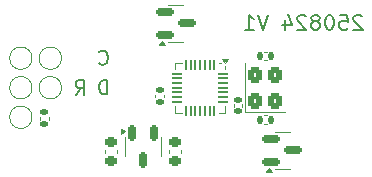
<source format=gbo>
%TF.GenerationSoftware,KiCad,Pcbnew,9.0.4*%
%TF.CreationDate,2025-08-24T10:47:50+01:00*%
%TF.ProjectId,usbc-7seg,75736263-2d37-4736-9567-2e6b69636164,rev?*%
%TF.SameCoordinates,Original*%
%TF.FileFunction,Legend,Bot*%
%TF.FilePolarity,Positive*%
%FSLAX46Y46*%
G04 Gerber Fmt 4.6, Leading zero omitted, Abs format (unit mm)*
G04 Created by KiCad (PCBNEW 9.0.4) date 2025-08-24 10:47:50*
%MOMM*%
%LPD*%
G01*
G04 APERTURE LIST*
G04 Aperture macros list*
%AMRoundRect*
0 Rectangle with rounded corners*
0 $1 Rounding radius*
0 $2 $3 $4 $5 $6 $7 $8 $9 X,Y pos of 4 corners*
0 Add a 4 corners polygon primitive as box body*
4,1,4,$2,$3,$4,$5,$6,$7,$8,$9,$2,$3,0*
0 Add four circle primitives for the rounded corners*
1,1,$1+$1,$2,$3*
1,1,$1+$1,$4,$5*
1,1,$1+$1,$6,$7*
1,1,$1+$1,$8,$9*
0 Add four rect primitives between the rounded corners*
20,1,$1+$1,$2,$3,$4,$5,0*
20,1,$1+$1,$4,$5,$6,$7,0*
20,1,$1+$1,$6,$7,$8,$9,0*
20,1,$1+$1,$8,$9,$2,$3,0*%
G04 Aperture macros list end*
%ADD10C,0.150000*%
%ADD11C,0.200000*%
%ADD12C,0.120000*%
%ADD13RoundRect,0.150000X-0.587500X-0.150000X0.587500X-0.150000X0.587500X0.150000X-0.587500X0.150000X0*%
%ADD14R,2.700000X2.700000*%
%ADD15RoundRect,0.050000X0.050000X0.362500X-0.050000X0.362500X-0.050000X-0.362500X0.050000X-0.362500X0*%
%ADD16RoundRect,0.050000X0.362500X0.050000X-0.362500X0.050000X-0.362500X-0.050000X0.362500X-0.050000X0*%
%ADD17RoundRect,0.140000X-0.170000X0.140000X-0.170000X-0.140000X0.170000X-0.140000X0.170000X0.140000X0*%
%ADD18RoundRect,0.225000X0.250000X-0.225000X0.250000X0.225000X-0.250000X0.225000X-0.250000X-0.225000X0*%
%ADD19RoundRect,0.225000X-0.250000X0.225000X-0.250000X-0.225000X0.250000X-0.225000X0.250000X0.225000X0*%
%ADD20C,1.500000*%
%ADD21RoundRect,0.140000X-0.140000X-0.170000X0.140000X-0.170000X0.140000X0.170000X-0.140000X0.170000X0*%
%ADD22RoundRect,0.250000X0.350000X-0.450000X0.350000X0.450000X-0.350000X0.450000X-0.350000X-0.450000X0*%
%ADD23RoundRect,0.150000X-0.150000X0.512500X-0.150000X-0.512500X0.150000X-0.512500X0.150000X0.512500X0*%
%ADD24RoundRect,0.140000X0.140000X0.170000X-0.140000X0.170000X-0.140000X-0.170000X0.140000X-0.170000X0*%
%ADD25RoundRect,0.135000X0.185000X-0.135000X0.185000X0.135000X-0.185000X0.135000X-0.185000X-0.135000X0*%
%ADD26O,1.600000X1.000000*%
%ADD27O,2.100000X1.000000*%
%ADD28C,0.650000*%
G04 APERTURE END LIST*
D10*
X132889411Y-104089223D02*
X133306077Y-103493985D01*
X133603696Y-104089223D02*
X133603696Y-102839223D01*
X133603696Y-102839223D02*
X133127506Y-102839223D01*
X133127506Y-102839223D02*
X133008458Y-102898747D01*
X133008458Y-102898747D02*
X132948935Y-102958271D01*
X132948935Y-102958271D02*
X132889411Y-103077319D01*
X132889411Y-103077319D02*
X132889411Y-103255890D01*
X132889411Y-103255890D02*
X132948935Y-103374938D01*
X132948935Y-103374938D02*
X133008458Y-103434461D01*
X133008458Y-103434461D02*
X133127506Y-103493985D01*
X133127506Y-103493985D02*
X133603696Y-103493985D01*
X135564285Y-104047342D02*
X135564285Y-102847342D01*
X135564285Y-102847342D02*
X135278571Y-102847342D01*
X135278571Y-102847342D02*
X135107142Y-102904485D01*
X135107142Y-102904485D02*
X134992857Y-103018771D01*
X134992857Y-103018771D02*
X134935714Y-103133057D01*
X134935714Y-103133057D02*
X134878571Y-103361628D01*
X134878571Y-103361628D02*
X134878571Y-103533057D01*
X134878571Y-103533057D02*
X134935714Y-103761628D01*
X134935714Y-103761628D02*
X134992857Y-103875914D01*
X134992857Y-103875914D02*
X135107142Y-103990200D01*
X135107142Y-103990200D02*
X135278571Y-104047342D01*
X135278571Y-104047342D02*
X135564285Y-104047342D01*
X134878571Y-101433057D02*
X134935714Y-101490200D01*
X134935714Y-101490200D02*
X135107142Y-101547342D01*
X135107142Y-101547342D02*
X135221428Y-101547342D01*
X135221428Y-101547342D02*
X135392857Y-101490200D01*
X135392857Y-101490200D02*
X135507142Y-101375914D01*
X135507142Y-101375914D02*
X135564285Y-101261628D01*
X135564285Y-101261628D02*
X135621428Y-101033057D01*
X135621428Y-101033057D02*
X135621428Y-100861628D01*
X135621428Y-100861628D02*
X135564285Y-100633057D01*
X135564285Y-100633057D02*
X135507142Y-100518771D01*
X135507142Y-100518771D02*
X135392857Y-100404485D01*
X135392857Y-100404485D02*
X135221428Y-100347342D01*
X135221428Y-100347342D02*
X135107142Y-100347342D01*
X135107142Y-100347342D02*
X134935714Y-100404485D01*
X134935714Y-100404485D02*
X134878571Y-100461628D01*
D11*
X157130326Y-97455671D02*
X157070802Y-97396147D01*
X157070802Y-97396147D02*
X156951755Y-97336623D01*
X156951755Y-97336623D02*
X156654136Y-97336623D01*
X156654136Y-97336623D02*
X156535088Y-97396147D01*
X156535088Y-97396147D02*
X156475564Y-97455671D01*
X156475564Y-97455671D02*
X156416041Y-97574719D01*
X156416041Y-97574719D02*
X156416041Y-97693766D01*
X156416041Y-97693766D02*
X156475564Y-97872338D01*
X156475564Y-97872338D02*
X157189850Y-98586623D01*
X157189850Y-98586623D02*
X156416041Y-98586623D01*
X155285088Y-97336623D02*
X155880326Y-97336623D01*
X155880326Y-97336623D02*
X155939850Y-97931861D01*
X155939850Y-97931861D02*
X155880326Y-97872338D01*
X155880326Y-97872338D02*
X155761279Y-97812814D01*
X155761279Y-97812814D02*
X155463660Y-97812814D01*
X155463660Y-97812814D02*
X155344612Y-97872338D01*
X155344612Y-97872338D02*
X155285088Y-97931861D01*
X155285088Y-97931861D02*
X155225565Y-98050909D01*
X155225565Y-98050909D02*
X155225565Y-98348528D01*
X155225565Y-98348528D02*
X155285088Y-98467576D01*
X155285088Y-98467576D02*
X155344612Y-98527100D01*
X155344612Y-98527100D02*
X155463660Y-98586623D01*
X155463660Y-98586623D02*
X155761279Y-98586623D01*
X155761279Y-98586623D02*
X155880326Y-98527100D01*
X155880326Y-98527100D02*
X155939850Y-98467576D01*
X154451755Y-97336623D02*
X154332708Y-97336623D01*
X154332708Y-97336623D02*
X154213660Y-97396147D01*
X154213660Y-97396147D02*
X154154136Y-97455671D01*
X154154136Y-97455671D02*
X154094612Y-97574719D01*
X154094612Y-97574719D02*
X154035089Y-97812814D01*
X154035089Y-97812814D02*
X154035089Y-98110433D01*
X154035089Y-98110433D02*
X154094612Y-98348528D01*
X154094612Y-98348528D02*
X154154136Y-98467576D01*
X154154136Y-98467576D02*
X154213660Y-98527100D01*
X154213660Y-98527100D02*
X154332708Y-98586623D01*
X154332708Y-98586623D02*
X154451755Y-98586623D01*
X154451755Y-98586623D02*
X154570803Y-98527100D01*
X154570803Y-98527100D02*
X154630327Y-98467576D01*
X154630327Y-98467576D02*
X154689850Y-98348528D01*
X154689850Y-98348528D02*
X154749374Y-98110433D01*
X154749374Y-98110433D02*
X154749374Y-97812814D01*
X154749374Y-97812814D02*
X154689850Y-97574719D01*
X154689850Y-97574719D02*
X154630327Y-97455671D01*
X154630327Y-97455671D02*
X154570803Y-97396147D01*
X154570803Y-97396147D02*
X154451755Y-97336623D01*
X153320803Y-97872338D02*
X153439851Y-97812814D01*
X153439851Y-97812814D02*
X153499374Y-97753290D01*
X153499374Y-97753290D02*
X153558898Y-97634242D01*
X153558898Y-97634242D02*
X153558898Y-97574719D01*
X153558898Y-97574719D02*
X153499374Y-97455671D01*
X153499374Y-97455671D02*
X153439851Y-97396147D01*
X153439851Y-97396147D02*
X153320803Y-97336623D01*
X153320803Y-97336623D02*
X153082708Y-97336623D01*
X153082708Y-97336623D02*
X152963660Y-97396147D01*
X152963660Y-97396147D02*
X152904136Y-97455671D01*
X152904136Y-97455671D02*
X152844613Y-97574719D01*
X152844613Y-97574719D02*
X152844613Y-97634242D01*
X152844613Y-97634242D02*
X152904136Y-97753290D01*
X152904136Y-97753290D02*
X152963660Y-97812814D01*
X152963660Y-97812814D02*
X153082708Y-97872338D01*
X153082708Y-97872338D02*
X153320803Y-97872338D01*
X153320803Y-97872338D02*
X153439851Y-97931861D01*
X153439851Y-97931861D02*
X153499374Y-97991385D01*
X153499374Y-97991385D02*
X153558898Y-98110433D01*
X153558898Y-98110433D02*
X153558898Y-98348528D01*
X153558898Y-98348528D02*
X153499374Y-98467576D01*
X153499374Y-98467576D02*
X153439851Y-98527100D01*
X153439851Y-98527100D02*
X153320803Y-98586623D01*
X153320803Y-98586623D02*
X153082708Y-98586623D01*
X153082708Y-98586623D02*
X152963660Y-98527100D01*
X152963660Y-98527100D02*
X152904136Y-98467576D01*
X152904136Y-98467576D02*
X152844613Y-98348528D01*
X152844613Y-98348528D02*
X152844613Y-98110433D01*
X152844613Y-98110433D02*
X152904136Y-97991385D01*
X152904136Y-97991385D02*
X152963660Y-97931861D01*
X152963660Y-97931861D02*
X153082708Y-97872338D01*
X152368422Y-97455671D02*
X152308898Y-97396147D01*
X152308898Y-97396147D02*
X152189851Y-97336623D01*
X152189851Y-97336623D02*
X151892232Y-97336623D01*
X151892232Y-97336623D02*
X151773184Y-97396147D01*
X151773184Y-97396147D02*
X151713660Y-97455671D01*
X151713660Y-97455671D02*
X151654137Y-97574719D01*
X151654137Y-97574719D02*
X151654137Y-97693766D01*
X151654137Y-97693766D02*
X151713660Y-97872338D01*
X151713660Y-97872338D02*
X152427946Y-98586623D01*
X152427946Y-98586623D02*
X151654137Y-98586623D01*
X150582708Y-97753290D02*
X150582708Y-98586623D01*
X150880327Y-97277100D02*
X151177946Y-98169957D01*
X151177946Y-98169957D02*
X150404137Y-98169957D01*
X149154137Y-97336623D02*
X148737470Y-98586623D01*
X148737470Y-98586623D02*
X148320804Y-97336623D01*
X147249375Y-98586623D02*
X147963660Y-98586623D01*
X147606517Y-98586623D02*
X147606517Y-97336623D01*
X147606517Y-97336623D02*
X147725565Y-97515195D01*
X147725565Y-97515195D02*
X147844613Y-97634242D01*
X147844613Y-97634242D02*
X147963660Y-97693766D01*
D12*
%TO.C,Q1*%
X140445000Y-99890000D02*
X139965000Y-99890000D01*
X140205000Y-99560000D01*
X140445000Y-99890000D01*
G36*
X140445000Y-99890000D02*
G01*
X139965000Y-99890000D01*
X140205000Y-99560000D01*
X140445000Y-99890000D01*
G37*
X141367500Y-99610000D02*
X142017500Y-99610000D01*
X141367500Y-99610000D02*
X140717500Y-99610000D01*
X141367500Y-96490000D02*
X142017500Y-96490000D01*
X141367500Y-96490000D02*
X140717500Y-96490000D01*
%TO.C,U3*%
X145540000Y-101390000D02*
X145300000Y-101060000D01*
X145780000Y-101060000D01*
X145540000Y-101390000D01*
G36*
X145540000Y-101390000D02*
G01*
X145300000Y-101060000D01*
X145780000Y-101060000D01*
X145540000Y-101390000D01*
G37*
X145540000Y-105610000D02*
X145540000Y-105060000D01*
X145540000Y-101940000D02*
X145540000Y-101630000D01*
X144990000Y-105610000D02*
X145540000Y-105610000D01*
X144990000Y-101390000D02*
X145240000Y-101390000D01*
X141870000Y-105610000D02*
X141320000Y-105610000D01*
X141870000Y-101390000D02*
X141320000Y-101390000D01*
X141320000Y-105610000D02*
X141320000Y-105060000D01*
X141320000Y-101390000D02*
X141320000Y-101940000D01*
%TO.C,Q2*%
X149477500Y-110640000D02*
X148997500Y-110640000D01*
X149237500Y-110310000D01*
X149477500Y-110640000D01*
G36*
X149477500Y-110640000D02*
G01*
X148997500Y-110640000D01*
X149237500Y-110310000D01*
X149477500Y-110640000D01*
G37*
X150400000Y-110360000D02*
X151050000Y-110360000D01*
X150400000Y-110360000D02*
X149750000Y-110360000D01*
X150400000Y-107240000D02*
X151050000Y-107240000D01*
X150400000Y-107240000D02*
X149750000Y-107240000D01*
%TO.C,C3*%
X140360000Y-104092164D02*
X140360000Y-104307836D01*
X139640000Y-104092164D02*
X139640000Y-104307836D01*
%TO.C,C1*%
X136410000Y-109040580D02*
X136410000Y-108759420D01*
X135390000Y-109040580D02*
X135390000Y-108759420D01*
%TO.C,C4*%
X146990000Y-104892164D02*
X146990000Y-105107836D01*
X146270000Y-104892164D02*
X146270000Y-105107836D01*
%TO.C,C2*%
X140790000Y-108759420D02*
X140790000Y-109040580D01*
X141810000Y-108759420D02*
X141810000Y-109040580D01*
%TO.C,TP5*%
X129200000Y-101000000D02*
G75*
G02*
X127300000Y-101000000I-950000J0D01*
G01*
X127300000Y-101000000D02*
G75*
G02*
X129200000Y-101000000I950000J0D01*
G01*
%TO.C,C5*%
X148842164Y-106560000D02*
X149057836Y-106560000D01*
X148842164Y-105840000D02*
X149057836Y-105840000D01*
%TO.C,Y1*%
X150660000Y-105560000D02*
X147240000Y-105560000D01*
X147240000Y-105560000D02*
X147240000Y-101440000D01*
%TO.C,U4*%
X137090000Y-107200000D02*
X136760000Y-107440000D01*
X136760000Y-106960000D01*
X137090000Y-107200000D01*
G36*
X137090000Y-107200000D02*
G01*
X136760000Y-107440000D01*
X136760000Y-106960000D01*
X137090000Y-107200000D01*
G37*
X140160000Y-108500000D02*
X140160000Y-107700000D01*
X140160000Y-108500000D02*
X140160000Y-109300000D01*
X137040000Y-108500000D02*
X137040000Y-107700000D01*
X137040000Y-108500000D02*
X137040000Y-109300000D01*
%TO.C,C6*%
X149057836Y-101160000D02*
X148842164Y-101160000D01*
X149057836Y-100440000D02*
X148842164Y-100440000D01*
%TO.C,TP2*%
X129200000Y-103500000D02*
G75*
G02*
X127300000Y-103500000I-950000J0D01*
G01*
X127300000Y-103500000D02*
G75*
G02*
X129200000Y-103500000I950000J0D01*
G01*
%TO.C,TP1*%
X129200000Y-106000000D02*
G75*
G02*
X127300000Y-106000000I-950000J0D01*
G01*
X127300000Y-106000000D02*
G75*
G02*
X129200000Y-106000000I950000J0D01*
G01*
%TO.C,R3*%
X130630000Y-106253641D02*
X130630000Y-105946359D01*
X129870000Y-106253641D02*
X129870000Y-105946359D01*
%TO.C,TP3*%
X131700000Y-103500000D02*
G75*
G02*
X129800000Y-103500000I-950000J0D01*
G01*
X129800000Y-103500000D02*
G75*
G02*
X131700000Y-103500000I950000J0D01*
G01*
%TO.C,TP4*%
X131700000Y-101000000D02*
G75*
G02*
X129800000Y-101000000I-950000J0D01*
G01*
X129800000Y-101000000D02*
G75*
G02*
X131700000Y-101000000I950000J0D01*
G01*
%TD*%
%LPC*%
D13*
%TO.C,Q1*%
X142305000Y-98050000D03*
X140430000Y-97100000D03*
X140430000Y-99000000D03*
%TD*%
D14*
%TO.C,U3*%
X143430000Y-103500000D03*
D15*
X144630000Y-101537500D03*
X144230000Y-101537500D03*
X143830000Y-101537500D03*
X143430000Y-101537500D03*
X143030000Y-101537500D03*
X142630000Y-101537500D03*
X142230000Y-101537500D03*
D16*
X141467500Y-102300000D03*
X141467500Y-102700000D03*
X141467500Y-103100000D03*
X141467500Y-103500000D03*
X141467500Y-103900000D03*
X141467500Y-104300000D03*
X141467500Y-104700000D03*
D15*
X142230000Y-105462500D03*
X142630000Y-105462500D03*
X143030000Y-105462500D03*
X143430000Y-105462500D03*
X143830000Y-105462500D03*
X144230000Y-105462500D03*
X144630000Y-105462500D03*
D16*
X145392500Y-104700000D03*
X145392500Y-104300000D03*
X145392500Y-103900000D03*
X145392500Y-103500000D03*
X145392500Y-103100000D03*
X145392500Y-102700000D03*
X145392500Y-102300000D03*
%TD*%
D13*
%TO.C,Q2*%
X151337500Y-108800000D03*
X149462500Y-107850000D03*
X149462500Y-109750000D03*
%TD*%
D17*
%TO.C,C3*%
X140000000Y-104680000D03*
X140000000Y-103720000D03*
%TD*%
D18*
%TO.C,C1*%
X135900000Y-108125000D03*
X135900000Y-109675000D03*
%TD*%
D17*
%TO.C,C4*%
X146630000Y-105480000D03*
X146630000Y-104520000D03*
%TD*%
D19*
%TO.C,C2*%
X141300000Y-109675000D03*
X141300000Y-108125000D03*
%TD*%
D20*
%TO.C,TP5*%
X128250000Y-101000000D03*
%TD*%
D21*
%TO.C,C5*%
X149430000Y-106200000D03*
X148470000Y-106200000D03*
%TD*%
D22*
%TO.C,Y1*%
X149800000Y-104600000D03*
X149800000Y-102400000D03*
X148100000Y-102400000D03*
X148100000Y-104600000D03*
%TD*%
D23*
%TO.C,U4*%
X138600000Y-109637500D03*
X139550000Y-107362500D03*
X137650000Y-107362500D03*
%TD*%
D24*
%TO.C,C6*%
X148470000Y-100800000D03*
X149430000Y-100800000D03*
%TD*%
D20*
%TO.C,TP2*%
X128250000Y-103500000D03*
%TD*%
%TO.C,TP1*%
X128250000Y-106000000D03*
%TD*%
D25*
%TO.C,R3*%
X130250000Y-106610000D03*
X130250000Y-105590000D03*
%TD*%
D20*
%TO.C,TP3*%
X130750000Y-103500000D03*
%TD*%
%TO.C,TP4*%
X130750000Y-101000000D03*
%TD*%
D26*
%TO.C,J1*%
X129425000Y-107820000D03*
D27*
X133605000Y-107820000D03*
D26*
X129425000Y-99180000D03*
D27*
X133605000Y-99180000D03*
D28*
X133105000Y-106390000D03*
X133105000Y-100610000D03*
%TD*%
%LPD*%
M02*

</source>
